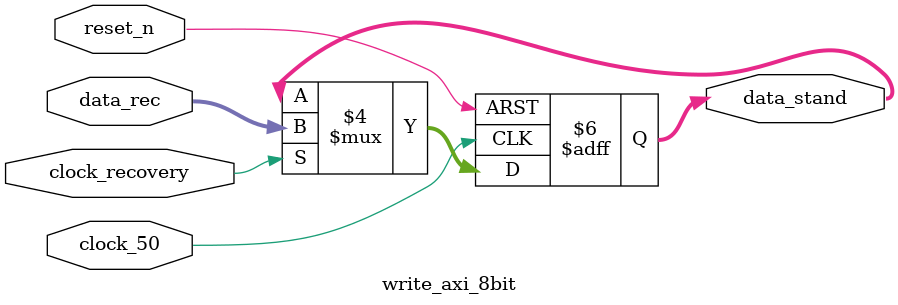
<source format=v>
module write_axi_8bit(
		 input clock_recovery,
		 input clock_50,
		 input reset_n,
		 input [7:0] data_rec,
		 output reg [7:0] data_stand	
		);
always@(posedge clock_50 or negedge reset_n )
begin
	if(!reset_n)
	begin
		data_stand <= 8'd0;
	end
	else
	begin
		if(clock_recovery)
			data_stand <= data_rec;
		else
			data_stand <= data_stand;
	end
end
endmodule
</source>
